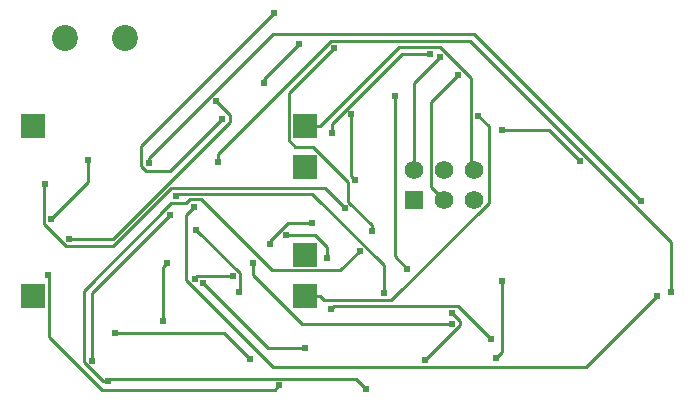
<source format=gbl>
G04 Layer: BottomLayer*
G04 EasyEDA v6.5.46, 2025-04-11 15:52:01*
G04 898f7cb4de8248389c9d67f31726504a,899b5eb0d7ee4baeb7bb73a579ea36e5,10*
G04 Gerber Generator version 0.2*
G04 Scale: 100 percent, Rotated: No, Reflected: No *
G04 Dimensions in millimeters *
G04 leading zeros omitted , absolute positions ,4 integer and 5 decimal *
%FSLAX45Y45*%
%MOMM*%

%AMMACRO1*21,1,$1,$2,0,0,$3*%
%ADD10C,0.2540*%
%ADD11MACRO1,2X2X0.0000*%
%ADD12C,1.5748*%
%ADD13R,1.5748X1.5748*%
%ADD14C,2.2000*%
%ADD15C,0.6096*%
%ADD16C,0.6200*%

%LPD*%
D10*
X2220442Y-952500D02*
G01*
X2220442Y-916457D01*
X2514600Y-622300D01*
X5416727Y-1956714D02*
G01*
X4000982Y-540969D01*
X2293696Y-540969D01*
X1246962Y-1587703D01*
X1246962Y-1628038D01*
X1631695Y-2000935D02*
G01*
X1564411Y-2068220D01*
X1564411Y-2622524D01*
X2298827Y-3356940D01*
X4951222Y-3356940D01*
X5547004Y-2761157D01*
X5668187Y-2725953D02*
G01*
X5668187Y-2297684D01*
X3966921Y-596417D01*
X2788411Y-596417D01*
X1829587Y-1555242D01*
X1829587Y-1626057D01*
X2128697Y-2474823D02*
G01*
X2128697Y-2575382D01*
X2546680Y-2993364D01*
X3809212Y-2993364D01*
X2751912Y-2437003D02*
G01*
X2751912Y-2341930D01*
X2653918Y-2243937D01*
X2403475Y-2243937D01*
X2789936Y-2866821D02*
G01*
X2816123Y-2840634D01*
X3863340Y-2840634D01*
X4140479Y-3117773D01*
X900125Y-3478936D02*
G01*
X856894Y-3478936D01*
X695147Y-3317189D01*
X695147Y-2713609D01*
X1437233Y-1971522D01*
X1562328Y-1971522D01*
X1594357Y-1939493D01*
X1683867Y-1939493D01*
X2285568Y-2541193D01*
X2865348Y-2541193D01*
X3029686Y-2376855D01*
X3084677Y-3543300D02*
G01*
X2997352Y-3455974D01*
X923086Y-3455974D01*
X900125Y-3478936D01*
X2010638Y-2723946D02*
G01*
X2015947Y-2718638D01*
X2015947Y-2562275D01*
X1648891Y-2195220D01*
X366242Y-1806752D02*
G01*
X360679Y-1812315D01*
X360679Y-2149119D01*
X546176Y-2334615D01*
X942720Y-2334615D01*
X1432052Y-1845284D01*
X2738069Y-1845284D01*
X2906268Y-2013483D01*
X1864309Y-1257147D02*
G01*
X1424965Y-1696491D01*
X1225550Y-1696491D01*
X1182954Y-1653895D01*
X1182954Y-1489913D01*
X2308402Y-364464D01*
X2798470Y-1378280D02*
G01*
X2798470Y-1297914D01*
X3391458Y-704926D01*
X3626713Y-704926D01*
X1813305Y-1104163D02*
G01*
X1934845Y-1225702D01*
X1934845Y-1284808D01*
X946683Y-2272969D01*
X567334Y-2272969D01*
X2351176Y-3514521D02*
G01*
X2310079Y-3555619D01*
X853414Y-3555619D01*
X403707Y-3105912D01*
X403707Y-2593111D01*
X391795Y-2581198D01*
X419227Y-2102205D02*
G01*
X729691Y-1791741D01*
X729691Y-1605559D01*
X4234154Y-2628392D02*
G01*
X4234154Y-3234791D01*
X4186631Y-3282314D01*
X765784Y-3305022D02*
G01*
X765784Y-2730245D01*
X1428572Y-2067458D01*
X1478254Y-1912975D02*
G01*
X1500479Y-1890750D01*
X2629738Y-1890750D01*
X3234613Y-2495626D01*
X3234613Y-2734513D01*
X3131845Y-2202967D02*
G01*
X3131845Y-2156231D01*
X2936443Y-1960829D01*
X2936443Y-1792528D01*
X2636113Y-1492199D01*
X2487726Y-1492199D01*
X2434234Y-1438706D01*
X2434234Y-1035354D01*
X2811754Y-657834D01*
X4235627Y-1349908D02*
G01*
X4630877Y-1349908D01*
X4893360Y-1612392D01*
X3492500Y-1689100D02*
G01*
X3492500Y-956132D01*
X3713276Y-735355D01*
X3746500Y-1943100D02*
G01*
X3635375Y-1831975D01*
X3635375Y-1111757D01*
X3863847Y-883285D01*
X2994990Y-1772386D02*
G01*
X2961513Y-1738909D01*
X2961513Y-1217701D01*
X2627401Y-2139975D02*
G01*
X2424633Y-2139975D01*
X2273934Y-2290673D01*
X2273934Y-2316734D01*
X1957400Y-2586558D02*
G01*
X1657781Y-2586558D01*
X1634515Y-2609824D01*
X2567025Y-3201720D02*
G01*
X2256104Y-3201720D01*
X1703628Y-2649245D01*
X3816121Y-2901061D02*
G01*
X3882034Y-2966973D01*
X3882034Y-3004591D01*
X3588410Y-3298215D01*
X3435375Y-2528239D02*
G01*
X3327679Y-2420543D01*
X3327679Y-1062710D01*
X1365732Y-2969488D02*
G01*
X1365732Y-2512796D01*
X1399920Y-2478608D01*
X2565400Y-2755900D02*
G01*
X2693365Y-2755900D01*
X2693365Y-2755900D02*
G01*
X2732735Y-2795270D01*
X3299764Y-2795270D01*
X4123385Y-1971649D01*
X4123385Y-1321155D01*
X4036364Y-1234135D01*
X2565400Y-1320800D02*
G01*
X2693365Y-1320800D01*
X4000500Y-1689100D02*
G01*
X3977817Y-1666417D01*
X3977817Y-914425D01*
X3709771Y-646379D01*
X3367786Y-646379D01*
X2693365Y-1320800D01*
X2103729Y-3289122D02*
G01*
X1881835Y-3067227D01*
X957046Y-3067227D01*
D11*
G01*
X2565400Y-1320800D03*
G01*
X2565400Y-1663700D03*
G01*
X2565400Y-2413000D03*
G01*
X2565400Y-2755900D03*
G01*
X266700Y-1320800D03*
G01*
X266700Y-2755900D03*
D12*
G01*
X4000500Y-1689100D03*
G01*
X4000500Y-1943100D03*
G01*
X3746500Y-1689100D03*
G01*
X3746500Y-1943100D03*
G01*
X3492500Y-1689100D03*
D13*
G01*
X3492500Y-1943100D03*
D14*
G01*
X1041400Y-571500D03*
G01*
X533400Y-571500D03*
D15*
G01*
X957046Y-3067227D03*
G01*
X2103729Y-3289122D03*
G01*
X4036364Y-1234135D03*
G01*
X1365732Y-2969488D03*
G01*
X1399920Y-2478608D03*
G01*
X3588410Y-3298215D03*
G01*
X3816121Y-2901061D03*
G01*
X3435375Y-2528239D03*
G01*
X3327679Y-1062710D03*
G01*
X1703628Y-2649245D03*
G01*
X2567025Y-3201720D03*
G01*
X1634515Y-2609824D03*
G01*
X1957400Y-2586558D03*
G01*
X2273934Y-2316734D03*
G01*
X2627401Y-2139975D03*
G01*
X2994990Y-1772386D03*
G01*
X2961513Y-1217701D03*
G01*
X3863847Y-883285D03*
G01*
X3713276Y-735355D03*
G01*
X4235627Y-1349908D03*
G01*
X4893360Y-1612392D03*
G01*
X2811754Y-657834D03*
G01*
X3131845Y-2202967D03*
G01*
X3234613Y-2734513D03*
G01*
X1478254Y-1912975D03*
G01*
X1428572Y-2067458D03*
G01*
X765784Y-3305022D03*
G01*
X4186631Y-3282314D03*
G01*
X4234154Y-2628392D03*
G01*
X729691Y-1605559D03*
G01*
X419227Y-2102205D03*
G01*
X391795Y-2581198D03*
G01*
X2351176Y-3514521D03*
G01*
X567334Y-2272969D03*
G01*
X1813305Y-1104163D03*
G01*
X3626713Y-704926D03*
G01*
X2798470Y-1378280D03*
G01*
X2308402Y-364464D03*
G01*
X1864309Y-1257147D03*
G01*
X2906268Y-2013483D03*
G01*
X366242Y-1806752D03*
G01*
X1648891Y-2195220D03*
G01*
X2010638Y-2723946D03*
G01*
X3084677Y-3543300D03*
G01*
X900125Y-3478936D03*
G01*
X3029686Y-2376855D03*
G01*
X2403475Y-2243937D03*
G01*
X2751912Y-2437003D03*
G01*
X2789936Y-2866821D03*
G01*
X4140479Y-3117773D03*
G01*
X2128697Y-2474823D03*
G01*
X3809212Y-2993364D03*
G01*
X1829587Y-1626057D03*
G01*
X5668187Y-2725953D03*
G01*
X5547004Y-2761157D03*
G01*
X1631695Y-2000935D03*
G01*
X5416727Y-1956714D03*
G01*
X1246962Y-1628038D03*
D16*
G01*
X2220442Y-952500D03*
G01*
X2514600Y-622300D03*
M02*

</source>
